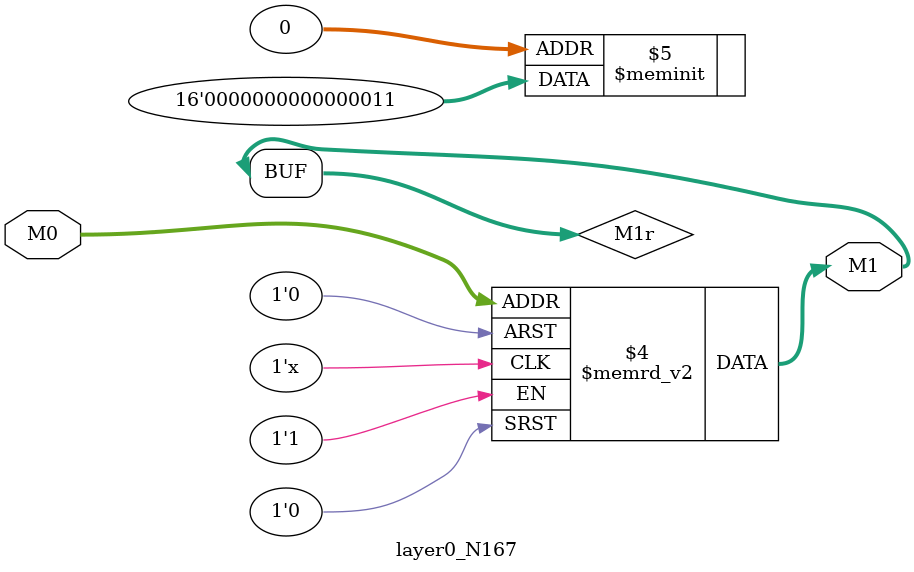
<source format=v>
module layer0_N167 ( input [2:0] M0, output [1:0] M1 );

	(*rom_style = "distributed" *) reg [1:0] M1r;
	assign M1 = M1r;
	always @ (M0) begin
		case (M0)
			3'b000: M1r = 2'b11;
			3'b100: M1r = 2'b00;
			3'b010: M1r = 2'b00;
			3'b110: M1r = 2'b00;
			3'b001: M1r = 2'b00;
			3'b101: M1r = 2'b00;
			3'b011: M1r = 2'b00;
			3'b111: M1r = 2'b00;

		endcase
	end
endmodule

</source>
